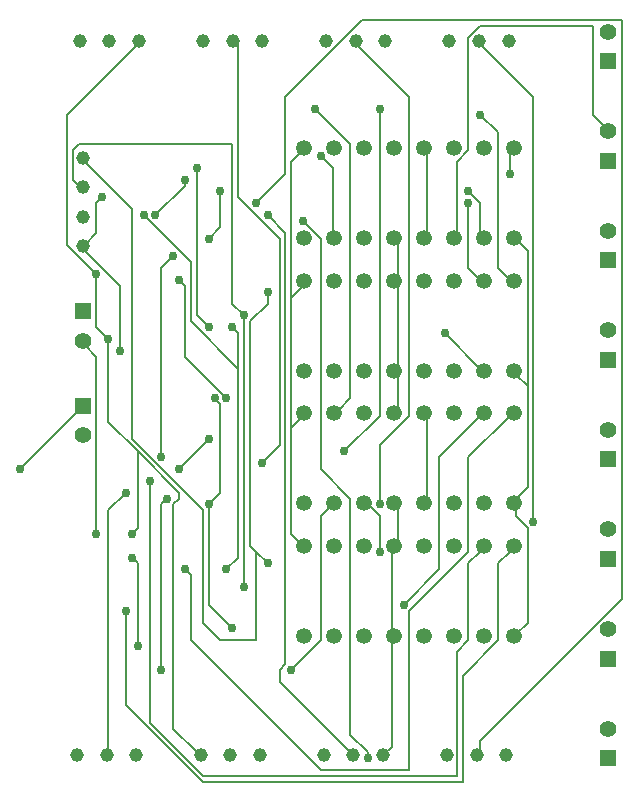
<source format=gbr>
G04 EAGLE Gerber RS-274X export*
G75*
%MOMM*%
%FSLAX34Y34*%
%LPD*%
%INBottom Copper*%
%IPPOS*%
%AMOC8*
5,1,8,0,0,1.08239X$1,22.5*%
G01*
G04 Define Apertures*
%ADD10C,1.343400*%
%ADD11R,1.408000X1.408000*%
%ADD12C,1.408000*%
%ADD13C,1.148000*%
%ADD14C,0.152400*%
%ADD15C,0.756400*%
D10*
X458900Y606700D03*
X433500Y606700D03*
X408100Y606700D03*
X382700Y606700D03*
X357300Y606700D03*
X331900Y606700D03*
X306500Y606700D03*
X281100Y606700D03*
X281100Y530500D03*
X306500Y530500D03*
X331900Y530500D03*
X357300Y530500D03*
X382700Y530500D03*
X408100Y530500D03*
X433500Y530500D03*
X458900Y530500D03*
X458900Y494433D03*
X433500Y494433D03*
X408100Y494433D03*
X382700Y494433D03*
X357300Y494433D03*
X331900Y494433D03*
X306500Y494433D03*
X281100Y494433D03*
X281100Y418233D03*
X306500Y418233D03*
X331900Y418233D03*
X357300Y418233D03*
X382700Y418233D03*
X408100Y418233D03*
X433500Y418233D03*
X458900Y418233D03*
X458900Y382167D03*
X433500Y382167D03*
X408100Y382167D03*
X382700Y382167D03*
X357300Y382167D03*
X331900Y382167D03*
X306500Y382167D03*
X281100Y382167D03*
X281100Y305967D03*
X306500Y305967D03*
X331900Y305967D03*
X357300Y305967D03*
X382700Y305967D03*
X408100Y305967D03*
X433500Y305967D03*
X458900Y305967D03*
X458900Y269900D03*
X433500Y269900D03*
X408100Y269900D03*
X382700Y269900D03*
X357300Y269900D03*
X331900Y269900D03*
X306500Y269900D03*
X281100Y269900D03*
X281100Y193700D03*
X306500Y193700D03*
X331900Y193700D03*
X357300Y193700D03*
X382700Y193700D03*
X408100Y193700D03*
X433500Y193700D03*
X458900Y193700D03*
D11*
X537800Y680300D03*
D12*
X537800Y705300D03*
D11*
X537800Y596000D03*
D12*
X537800Y621000D03*
D11*
X537800Y511700D03*
D12*
X537800Y536700D03*
D11*
X537800Y427400D03*
D12*
X537800Y452400D03*
D11*
X537800Y343100D03*
D12*
X537800Y368100D03*
D11*
X537800Y258800D03*
D12*
X537800Y283800D03*
D11*
X537800Y174500D03*
D12*
X537800Y199500D03*
D11*
X537800Y90200D03*
D12*
X537800Y115200D03*
D13*
X88900Y92500D03*
X113900Y92500D03*
X138900Y92500D03*
X193200Y92500D03*
X218200Y92500D03*
X243200Y92500D03*
X297500Y92500D03*
X322500Y92500D03*
X347500Y92500D03*
X401800Y92500D03*
X426800Y92500D03*
X451800Y92500D03*
X453900Y697500D03*
X428900Y697500D03*
X403900Y697500D03*
X349600Y697500D03*
X324600Y697500D03*
X299600Y697500D03*
X245300Y697500D03*
X220300Y697500D03*
X195300Y697500D03*
X141000Y697500D03*
X116000Y697500D03*
X91000Y697500D03*
D11*
X93613Y388500D03*
D12*
X93613Y363500D03*
D13*
X93613Y598600D03*
X93613Y573600D03*
X93613Y548600D03*
X93613Y523600D03*
D11*
X93613Y468587D03*
D12*
X93613Y443587D03*
D14*
X460000Y195000D02*
X470000Y205000D01*
X470000Y285000D01*
X460000Y295000D01*
X460000Y305000D01*
X460000Y195000D02*
X458900Y193700D01*
X460000Y305000D02*
X458900Y305967D01*
X470000Y405000D02*
X460000Y415000D01*
X470000Y405000D02*
X470000Y320000D01*
X460000Y310000D01*
X460000Y415000D02*
X458900Y418233D01*
X460000Y310000D02*
X458900Y305967D01*
X470000Y520000D02*
X460000Y530000D01*
X470000Y520000D02*
X470000Y405000D01*
X460000Y530000D02*
X458900Y530500D01*
X270000Y280000D02*
X280000Y270000D01*
X270000Y280000D02*
X270000Y370000D01*
X280000Y380000D01*
X280000Y270000D02*
X281100Y269900D01*
X280000Y380000D02*
X281100Y382167D01*
X270000Y480000D02*
X280000Y490000D01*
X270000Y480000D02*
X270000Y370000D01*
X280000Y490000D02*
X281100Y494433D01*
X270000Y595000D02*
X280000Y605000D01*
X270000Y595000D02*
X270000Y480000D01*
X280000Y605000D02*
X281100Y606700D01*
X90000Y385000D02*
X40000Y335000D01*
X90000Y385000D02*
X93613Y388500D01*
D15*
X40000Y335000D03*
D14*
X360000Y495000D02*
X360000Y530000D01*
X360000Y495000D02*
X357300Y494433D01*
X360000Y530000D02*
X357300Y530500D01*
X385000Y535000D02*
X385000Y605000D01*
X382700Y606700D01*
X385000Y535000D02*
X382700Y530500D01*
X360000Y415000D02*
X360000Y385000D01*
X357300Y382167D01*
X360000Y415000D02*
X357300Y418233D01*
X360000Y420000D02*
X360000Y490000D01*
X357300Y494433D01*
X360000Y420000D02*
X357300Y418233D01*
X360000Y305000D02*
X360000Y270000D01*
X357300Y269900D01*
X360000Y305000D02*
X357300Y305967D01*
X355000Y100000D02*
X347500Y92500D01*
X355000Y100000D02*
X355000Y190000D01*
X357300Y193700D01*
X355000Y195000D02*
X355000Y265000D01*
X357300Y269900D01*
X355000Y195000D02*
X357300Y193700D01*
X385000Y310000D02*
X385000Y380000D01*
X382700Y382167D01*
X385000Y310000D02*
X382700Y305967D01*
X115000Y445000D02*
X105000Y455000D01*
X105000Y500000D01*
X80000Y525000D01*
X80000Y635000D01*
X140000Y695000D01*
X141000Y697500D01*
X140000Y285000D02*
X135000Y280000D01*
X140000Y285000D02*
X140000Y350000D01*
X115000Y375000D01*
X115000Y445000D01*
X170000Y115000D02*
X190000Y95000D01*
X170000Y115000D02*
X170000Y305000D01*
X175000Y310000D01*
X175000Y315000D01*
X140000Y350000D01*
X190000Y95000D02*
X193200Y92500D01*
D15*
X115000Y445000D03*
X135000Y280000D03*
X105000Y500000D03*
D14*
X160000Y505000D02*
X170000Y515000D01*
X160000Y505000D02*
X160000Y345000D01*
X130000Y315000D02*
X115000Y300000D01*
X115000Y95000D01*
X113900Y92500D01*
D15*
X170000Y515000D03*
X160000Y345000D03*
X130000Y315000D03*
D14*
X295000Y530000D02*
X280000Y545000D01*
X295000Y530000D02*
X295000Y335000D01*
X320000Y310000D01*
X320000Y110000D01*
X335000Y95000D01*
X335000Y90000D01*
D15*
X280000Y545000D03*
X335000Y90000D03*
D14*
X265000Y535000D02*
X250000Y550000D01*
X265000Y535000D02*
X265000Y170000D01*
X260000Y165000D01*
X260000Y155000D01*
X322500Y92500D01*
D15*
X250000Y550000D03*
D14*
X240000Y560000D02*
X265000Y585000D01*
X265000Y650000D01*
X330000Y715000D01*
X550000Y715000D01*
X550000Y225000D01*
X430000Y105000D01*
X430000Y95000D01*
X426800Y92500D01*
D15*
X240000Y560000D03*
D14*
X110000Y565000D02*
X105000Y560000D01*
X105000Y535000D01*
X95000Y525000D01*
X93613Y523600D01*
X200000Y220000D02*
X220000Y200000D01*
X200000Y220000D02*
X200000Y305000D01*
X210000Y390000D02*
X205000Y395000D01*
X210000Y390000D02*
X210000Y315000D01*
X200000Y305000D01*
X125000Y490000D02*
X95000Y520000D01*
X125000Y490000D02*
X125000Y435000D01*
X95000Y520000D02*
X93613Y523600D01*
D15*
X110000Y565000D03*
X220000Y200000D03*
X200000Y305000D03*
X205000Y395000D03*
X125000Y435000D03*
D14*
X225000Y260000D02*
X215000Y250000D01*
X225000Y420000D02*
X225000Y450000D01*
X225000Y420000D02*
X225000Y260000D01*
X225000Y450000D02*
X220000Y455000D01*
X185000Y510000D02*
X145000Y550000D01*
X185000Y510000D02*
X185000Y460000D01*
X225000Y420000D01*
D15*
X215000Y250000D03*
X220000Y455000D03*
X145000Y550000D03*
D14*
X230000Y465000D02*
X230000Y235000D01*
X90000Y575000D02*
X85000Y580000D01*
X85000Y605000D01*
X90000Y610000D01*
X220000Y610000D01*
X220000Y475000D01*
X230000Y465000D01*
X93613Y573600D02*
X90000Y575000D01*
D15*
X230000Y235000D03*
X230000Y465000D03*
D14*
X235000Y270000D02*
X240000Y265000D01*
X250000Y255000D01*
X235000Y270000D02*
X235000Y460000D01*
X250000Y475000D01*
X250000Y485000D01*
X135000Y555000D02*
X95000Y595000D01*
X135000Y555000D02*
X135000Y360000D01*
X195000Y300000D01*
X195000Y205000D01*
X210000Y190000D01*
X240000Y190000D01*
X240000Y265000D01*
X95000Y595000D02*
X93613Y598600D01*
D15*
X250000Y255000D03*
X250000Y485000D03*
D14*
X105000Y430000D02*
X105000Y280000D01*
X105000Y430000D02*
X95000Y440000D01*
X93613Y443587D01*
D15*
X105000Y280000D03*
D14*
X200000Y455000D02*
X190000Y465000D01*
X190000Y590000D01*
X455000Y585000D02*
X455000Y605000D01*
X458900Y606700D01*
D15*
X200000Y455000D03*
X190000Y590000D03*
X455000Y585000D03*
D14*
X180000Y575000D02*
X155000Y550000D01*
X180000Y575000D02*
X180000Y580000D01*
D15*
X155000Y550000D03*
X180000Y580000D03*
D14*
X430000Y635000D02*
X445000Y620000D01*
X445000Y505000D01*
X455000Y495000D01*
X458900Y494433D01*
D15*
X430000Y635000D03*
D14*
X400000Y450000D02*
X430000Y420000D01*
X433500Y418233D01*
D15*
X400000Y450000D03*
D14*
X180000Y490000D02*
X175000Y495000D01*
X180000Y490000D02*
X180000Y430000D01*
X215000Y395000D01*
D15*
X175000Y495000D03*
X215000Y395000D03*
D14*
X420000Y505000D02*
X420000Y560000D01*
X420000Y505000D02*
X430000Y495000D01*
X433500Y494433D01*
D15*
X420000Y560000D03*
D14*
X210000Y540000D02*
X200000Y530000D01*
X210000Y540000D02*
X210000Y570000D01*
X420000Y570000D02*
X430000Y560000D01*
X430000Y535000D01*
X433500Y530500D01*
D15*
X200000Y530000D03*
X210000Y570000D03*
X420000Y570000D03*
D14*
X305000Y590000D02*
X295000Y600000D01*
X305000Y590000D02*
X305000Y535000D01*
X306500Y530500D01*
D15*
X295000Y600000D03*
D14*
X410000Y595000D02*
X410000Y535000D01*
X410000Y595000D02*
X420000Y605000D01*
X420000Y700000D01*
X430000Y710000D01*
X525000Y710000D01*
X525000Y635000D01*
X535000Y625000D01*
X410000Y535000D02*
X408100Y530500D01*
X537800Y621000D02*
X535000Y625000D01*
X475000Y650000D02*
X475000Y290000D01*
X475000Y650000D02*
X430000Y695000D01*
X428900Y697500D01*
D15*
X475000Y290000D03*
D14*
X345000Y305000D02*
X345000Y355000D01*
X370000Y380000D01*
X370000Y650000D01*
X325000Y695000D01*
X324600Y697500D01*
D15*
X345000Y305000D03*
D14*
X260000Y355000D02*
X245000Y340000D01*
X260000Y355000D02*
X260000Y530000D01*
X225000Y565000D01*
X225000Y695000D01*
X220300Y697500D01*
D15*
X245000Y340000D03*
D14*
X315000Y350000D02*
X345000Y380000D01*
X345000Y640000D01*
D15*
X315000Y350000D03*
X345000Y640000D03*
D14*
X180000Y250000D02*
X185000Y245000D01*
X185000Y190000D01*
X295000Y80000D01*
X370000Y80000D01*
X370000Y215000D01*
X420000Y265000D01*
X420000Y345000D01*
X455000Y380000D01*
X458900Y382167D01*
D15*
X180000Y250000D03*
D14*
X130000Y215000D02*
X130000Y135000D01*
X195000Y70000D01*
X415000Y70000D01*
X415000Y160000D01*
X445000Y190000D01*
X445000Y255000D01*
X455000Y265000D01*
X458900Y269900D01*
D15*
X130000Y215000D03*
D14*
X140000Y255000D02*
X135000Y260000D01*
X140000Y255000D02*
X140000Y185000D01*
D15*
X135000Y260000D03*
X140000Y185000D03*
D14*
X150000Y120000D02*
X150000Y325000D01*
X150000Y120000D02*
X195000Y75000D01*
X410000Y75000D01*
X410000Y180000D01*
X420000Y190000D01*
X420000Y255000D01*
X430000Y265000D01*
X433500Y269900D01*
D15*
X150000Y325000D03*
D14*
X175000Y335000D02*
X200000Y360000D01*
D15*
X175000Y335000D03*
X200000Y360000D03*
D14*
X165000Y310000D02*
X160000Y305000D01*
X160000Y165000D01*
X270000Y165000D02*
X295000Y190000D01*
X295000Y295000D01*
X305000Y305000D01*
X306500Y305967D01*
D15*
X165000Y310000D03*
X160000Y165000D03*
X270000Y165000D03*
D14*
X320000Y610000D02*
X290000Y640000D01*
X320000Y610000D02*
X320000Y395000D01*
X310000Y385000D01*
X306500Y382167D01*
D15*
X290000Y640000D03*
D14*
X395000Y250000D02*
X365000Y220000D01*
X395000Y250000D02*
X395000Y345000D01*
X430000Y380000D01*
X433500Y382167D01*
D15*
X365000Y220000D03*
D14*
X345000Y295000D02*
X335000Y305000D01*
X345000Y295000D02*
X345000Y265000D01*
X335000Y305000D02*
X331900Y305967D01*
D15*
X345000Y265000D03*
M02*

</source>
